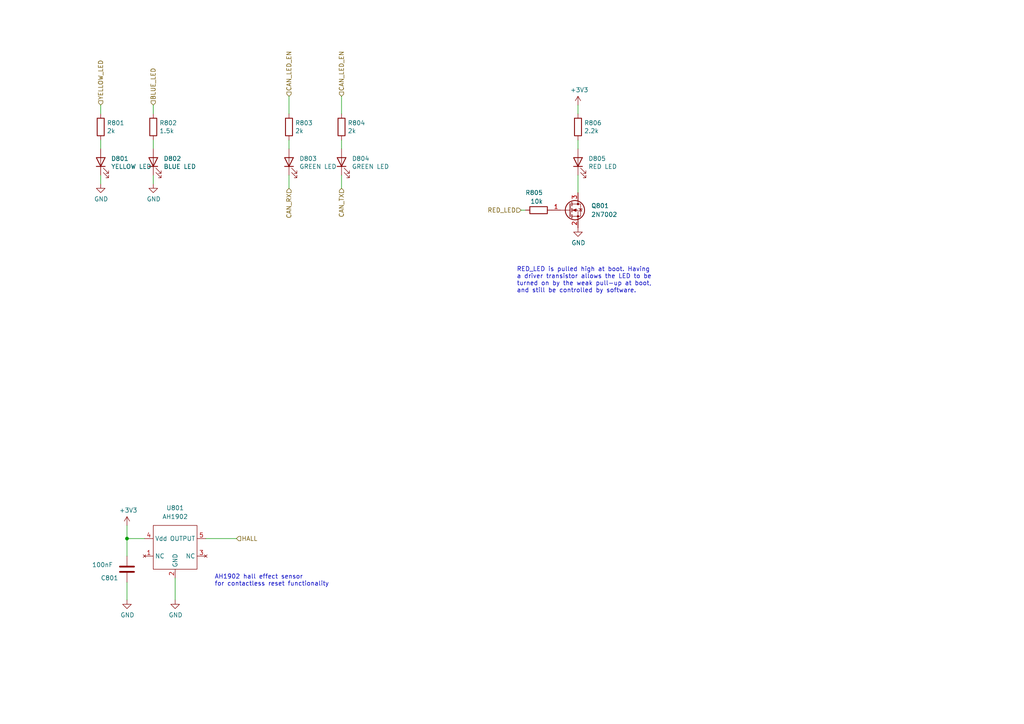
<source format=kicad_sch>
(kicad_sch (version 20211123) (generator eeschema)
  (paper "A4")
  (title_block (title "Sailor Hat WiFi Gateway") (date "2022-01-25") (rev "0.1.0") (company "Hat Labs Ltd") (comment 1 "https://creativecommons.org/licenses/by-sa/4.0") (comment 2 "To view a copy of this license, visit ") (comment 3 "SH-ESP32 is licensed under CC BY-SA 4.0."))
  (lib_symbols
    (symbol "Device:C" (pin_numbers hide) (pin_names (offset 0.254))
      (property "Reference" "C" (at 0.635 2.54 0))
      (property "Value" "C" (at 0.635 -2.54 0))
      (symbol "C_0_1"
        (polyline (pts (xy -2.032 -0.762) (xy 2.032 -0.762)) (stroke (width 0.508)))
        (polyline (pts (xy -2.032 0.762) (xy 2.032 0.762)) (stroke (width 0.508)))
      )
      (symbol "C_1_1"
        (pin passive line (at 0 3.81 270) (length 2.794) (name "~") (number "1"))
        (pin passive line (at 0 -3.81 90) (length 2.794) (name "~") (number "2"))
      )
    )
    (symbol "Device:LED" (pin_numbers hide) (pin_names (offset 1.016) hide)
      (property "Reference" "D" (at 0 2.54 0))
      (property "Value" "LED" (at 0 -2.54 0))
      (symbol "LED_0_1"
        (polyline (pts (xy -1.27 -1.27) (xy -1.27 1.27)) (stroke (width 0.254)))
        (polyline (pts (xy -1.27 0) (xy 1.27 0)))
        (polyline (pts (xy 1.27 -1.27) (xy 1.27 1.27) (xy -1.27 0) (xy 1.27 -1.27)) (stroke (width 0.254)))
        (polyline (pts (xy -3.048 -0.762) (xy -4.572 -2.286) (xy -3.81 -2.286) (xy -4.572 -2.286) (xy -4.572 -1.524)))
        (polyline (pts (xy -1.778 -0.762) (xy -3.302 -2.286) (xy -2.54 -2.286) (xy -3.302 -2.286) (xy -3.302 -1.524)))
      )
      (symbol "LED_1_1"
        (pin passive line (at -3.81 0 0) (length 2.54) (name "K") (number "1"))
        (pin passive line (at 3.81 0 180) (length 2.54) (name "A") (number "2"))
      )
    )
    (symbol "Device:R" (pin_numbers hide) (pin_names (offset 0))
      (property "Reference" "R" (at 2.032 0 90))
      (property "Value" "R" (at 0 0 90))
      (symbol "R_0_1"
        (rectangle (start -1.016 -2.54) (end 1.016 2.54) (stroke (width 0.254)))
      )
      (symbol "R_1_1"
        (pin passive line (at 0 3.81 270) (length 1.27) (name "~") (number "1"))
        (pin passive line (at 0 -3.81 90) (length 1.27) (name "~") (number "2"))
      )
    )
    (symbol "SH-wg:AH1902"
      (property "Reference" "U" (at 0 7.62 0))
      (property "Value" "AH1902" (at 0 10.16 0))
      (symbol "AH1902_0_1"
        (rectangle (start -6.35 6.35) (end 6.35 -6.35))
      )
      (symbol "AH1902_1_1"
        (pin no_connect line (at -8.89 -2.54 0) (length 2.54) (name "NC") (number "1"))
        (pin power_in line (at 0 -8.89 90) (length 2.54) (name "GND") (number "2"))
        (pin no_connect line (at 8.89 -2.54 180) (length 2.54) (name "NC") (number "3"))
        (pin power_in line (at -8.89 2.54 0) (length 2.54) (name "Vdd") (number "4"))
        (pin output line (at 8.89 2.54 180) (length 2.54) (name "OUTPUT") (number "5"))
      )
    )
    (symbol "Transistor_FET:2N7002" (pin_names hide)
      (property "Reference" "Q" (at 5.08 1.905 0))
      (property "Value" "2N7002" (at 5.08 0 0))
      (symbol "2N7002_0_1"
        (polyline (pts (xy 0.254 0) (xy -2.54 0)))
        (polyline (pts (xy 0.254 1.905) (xy 0.254 -1.905)) (stroke (width 0.254)))
        (polyline (pts (xy 0.762 -1.27) (xy 0.762 -2.286)) (stroke (width 0.254)))
        (polyline (pts (xy 0.762 0.508) (xy 0.762 -0.508)) (stroke (width 0.254)))
        (polyline (pts (xy 0.762 2.286) (xy 0.762 1.27)) (stroke (width 0.254)))
        (polyline (pts (xy 2.54 2.54) (xy 2.54 1.778)))
        (polyline (pts (xy 2.54 -2.54) (xy 2.54 0) (xy 0.762 0)))
        (polyline (pts (xy 0.762 -1.778) (xy 3.302 -1.778) (xy 3.302 1.778) (xy 0.762 1.778)))
        (polyline (pts (xy 1.016 0) (xy 2.032 0.381) (xy 2.032 -0.381) (xy 1.016 0)) (fill (type outline)))
        (polyline (pts (xy 2.794 0.508) (xy 2.921 0.381) (xy 3.683 0.381) (xy 3.81 0.254)))
        (polyline (pts (xy 3.302 0.381) (xy 2.921 -0.254) (xy 3.683 -0.254) (xy 3.302 0.381)))
        (circle (center 1.651 0) (radius 2.794) (stroke (width 0.254)))
        (circle (center 2.54 -1.778) (radius 0.254) (fill (type outline)))
        (circle (center 2.54 1.778) (radius 0.254) (fill (type outline)))
      )
      (symbol "2N7002_1_1"
        (pin input line (at -5.08 0 0) (length 2.54) (name "G") (number "1"))
        (pin passive line (at 2.54 -5.08 90) (length 2.54) (name "S") (number "2"))
        (pin passive line (at 2.54 5.08 270) (length 2.54) (name "D") (number "3"))
      )
    )
    (symbol "power:+3.3V" (power) (pin_names (offset 0))
      (property "Value" "+3.3V" (at 0 3.556 0))
      (symbol "+3.3V_0_1"
        (polyline (pts (xy -0.762 1.27) (xy 0 2.54)))
        (polyline (pts (xy 0 0) (xy 0 2.54)))
        (polyline (pts (xy 0 2.54) (xy 0.762 1.27)))
      )
      (symbol "+3.3V_1_1"
        (pin power_in line (at 0 0 90) (length 0) hide (name "+3V3") (number "1"))
      )
    )
    (symbol "power:GND" (power) (pin_names (offset 0))
      (property "Value" "GND" (at 0 -3.81 0))
      (symbol "GND_0_1"
        (polyline (pts (xy 0 0) (xy 0 -1.27) (xy 1.27 -1.27) (xy 0 -2.54) (xy -1.27 -1.27) (xy 0 -1.27)))
      )
      (symbol "GND_1_1"
        (pin power_in line (at 0 0 270) (length 0) hide (name "GND") (number "1"))
      )
    )
  )
  (junction (at 36.83 156.21))
  (wire (pts (xy 50.8 167.64) (xy 50.8 173.99)))
  (wire (pts (xy 151.13 60.96) (xy 152.4 60.96)))
  (wire (pts (xy 167.64 40.64) (xy 167.64 43.18)))
  (wire (pts (xy 44.45 30.48) (xy 44.45 33.02)))
  (wire (pts (xy 36.83 168.91) (xy 36.83 173.99)))
  (wire (pts (xy 59.69 156.21) (xy 68.58 156.21)))
  (wire (pts (xy 29.21 30.48) (xy 29.21 33.02)))
  (wire (pts (xy 167.64 50.8) (xy 167.64 55.88)))
  (wire (pts (xy 83.82 40.64) (xy 83.82 43.18)))
  (wire (pts (xy 44.45 40.64) (xy 44.45 43.18)))
  (wire (pts (xy 83.82 27.94) (xy 83.82 33.02)))
  (wire (pts (xy 99.06 27.94) (xy 99.06 33.02)))
  (wire (pts (xy 36.83 156.21) (xy 41.91 156.21)))
  (wire (pts (xy 83.82 50.8) (xy 83.82 54.61)))
  (wire (pts (xy 29.21 40.64) (xy 29.21 43.18)))
  (wire (pts (xy 44.45 53.34) (xy 44.45 50.8)))
  (wire (pts (xy 99.06 40.64) (xy 99.06 43.18)))
  (wire (pts (xy 29.21 53.34) (xy 29.21 50.8)))
  (wire (pts (xy 36.83 156.21) (xy 36.83 161.29)))
  (wire (pts (xy 36.83 152.4) (xy 36.83 156.21)))
  (wire (pts (xy 167.64 30.48) (xy 167.64 33.02)))
  (wire (pts (xy 99.06 50.8) (xy 99.06 54.61)))
  (text "AH1902 hall effect sensor\nfor contactless reset functionality" (at 62.23 170.18 0) (effects (font (size 1.27 1.27)) (justify left bottom)))
  (text "RED_LED is pulled high at boot. Having\na driver transistor allows the LED to be\nturned on by the weak pull-up at boot,\nand still be controlled by software." (at 149.86 85.09 0) (effects (font (size 1.27 1.27)) (justify left bottom)))
  (hierarchical_label "CAN_RX" (shape input) (at 83.82 54.61 270))
  (hierarchical_label "YELLOW_LED" (shape input) (at 29.21 30.48 90))
  (hierarchical_label "RED_LED" (shape input) (at 151.13 60.96 180))
  (hierarchical_label "BLUE_LED" (shape input) (at 44.45 30.48 90))
  (hierarchical_label "HALL" (shape input) (at 68.58 156.21 0))
  (hierarchical_label "CAN_LED_EN" (shape input) (at 83.82 27.94 90))
  (hierarchical_label "CAN_TX" (shape input) (at 99.06 54.61 270))
  (hierarchical_label "CAN_LED_EN" (shape input) (at 99.06 27.94 90))
  (symbol (lib_id "Device:LED") (at 167.64 46.99 90) (unit 1)
    (property "Reference" "D805" (at 170.6372 45.9994 90) (effects (justify right)))
    (property "Value" "RED LED" (at 170.6372 48.3108 90) (effects (justify right)))
    (property "Footprint" "LED_SMD:LED_0603_1608Metric" (effects hide))
    (property "LCSC" "C2286" (effects hide))
  )
  (symbol (lib_id "power:GND") (at 167.64 66.04 0) (unit 1)
    (property "Reference" "#PWR0807" (effects hide))
    (property "Value" "GND" (at 167.767 70.4342 0))
  )
  (symbol (lib_id "Device:LED") (at 44.45 46.99 90) (unit 1)
    (property "Reference" "D802" (at 47.4472 45.9994 90) (effects (justify right)))
    (property "Value" "BLUE LED" (at 47.4472 48.3108 90) (effects (justify right)))
    (property "Footprint" "LED_SMD:LED_0603_1608Metric" (effects hide))
    (property "LCSC" "C72041" (effects hide))
  )
  (symbol (lib_id "Device:R") (at 44.45 36.83 0) (unit 1)
    (property "Reference" "R802" (at 46.228 35.6616 0) (effects (justify left)))
    (property "Value" "1.5k" (at 46.228 37.973 0) (effects (justify left)))
    (property "Footprint" "Resistor_SMD:R_0402_1005Metric" (effects hide))
    (property "LCSC" "C25867" (effects hide))
  )
  (symbol (lib_id "power:GND") (at 44.45 53.34 0) (unit 1)
    (property "Reference" "#PWR0804" (effects hide))
    (property "Value" "GND" (at 44.577 57.7342 0))
  )
  (symbol (lib_id "Device:R") (at 99.06 36.83 0) (unit 1)
    (property "Reference" "R804" (at 100.838 35.6616 0) (effects (justify left)))
    (property "Value" "2k" (at 100.838 37.973 0) (effects (justify left)))
    (property "Footprint" "Resistor_SMD:R_0402_1005Metric" (effects hide))
    (property "LCSC" "C4109" (effects hide))
  )
  (symbol (lib_id "power:GND") (at 50.8 173.99 0) (unit 1)
    (property "Reference" "#PWR0805" (effects hide))
    (property "Value" "GND" (at 50.927 178.3842 0))
  )
  (symbol (lib_id "Device:LED") (at 29.21 46.99 90) (unit 1)
    (property "Reference" "D801" (at 32.2072 45.9994 90) (effects (justify right)))
    (property "Value" "YELLOW LED" (at 32.2072 48.3108 90) (effects (justify right)))
    (property "Footprint" "LED_SMD:LED_0603_1608Metric" (effects hide))
    (property "LCSC" "C72038" (effects hide))
  )
  (symbol (lib_id "power:GND") (at 36.83 173.99 0) (unit 1)
    (property "Reference" "#PWR0803" (effects hide))
    (property "Value" "GND" (at 36.957 178.3842 0))
  )
  (symbol (lib_id "Device:R") (at 167.64 36.83 0) (unit 1)
    (property "Reference" "R806" (at 169.418 35.6616 0) (effects (justify left)))
    (property "Value" "2.2k" (at 169.418 37.973 0) (effects (justify left)))
    (property "Footprint" "Resistor_SMD:R_0402_1005Metric" (effects hide))
    (property "LCSC" "C25879" (effects hide))
  )
  (symbol (lib_id "Device:LED") (at 83.82 46.99 90) (unit 1)
    (property "Reference" "D803" (at 86.8172 45.9994 90) (effects (justify right)))
    (property "Value" "GREEN LED" (at 86.8172 48.3108 90) (effects (justify right)))
    (property "Footprint" "LED_SMD:LED_0603_1608Metric" (effects hide))
    (property "LCSC" "C72043" (effects hide))
  )
  (symbol (lib_id "SH-wg:AH1902") (at 50.8 158.75 0) (unit 1)
    (property "Reference" "U801" (at 50.8 147.32 0))
    (property "Value" "AH1902" (at 50.8 149.86 0))
    (property "Footprint" "Package_TO_SOT_SMD:SOT-553" (effects hide))
    (property "LCSC" "C239188" (effects hide))
  )
  (symbol (lib_id "power:+3.3V") (at 167.64 30.48 0) (unit 1)
    (property "Reference" "#PWR0806" (effects hide))
    (property "Value" "+3.3V" (at 168.021 26.0858 0))
  )
  (symbol (lib_id "Device:R") (at 156.21 60.96 90) (unit 1)
    (property "Reference" "R805" (at 157.48 55.88 90) (effects (justify left)))
    (property "Value" "10k" (at 157.48 58.42 90) (effects (justify left)))
    (property "Footprint" "Resistor_SMD:R_0402_1005Metric" (effects hide))
    (property "LCSC" "C25744" (effects hide))
  )
  (symbol (lib_id "Device:LED") (at 99.06 46.99 90) (unit 1)
    (property "Reference" "D804" (at 102.0572 45.9994 90) (effects (justify right)))
    (property "Value" "GREEN LED" (at 102.0572 48.3108 90) (effects (justify right)))
    (property "Footprint" "LED_SMD:LED_0603_1608Metric" (effects hide))
    (property "LCSC" "C72043" (effects hide))
  )
  (symbol (lib_id "power:+3.3V") (at 36.83 152.4 0) (unit 1)
    (property "Reference" "#PWR0802" (effects hide))
    (property "Value" "+3.3V" (at 37.211 148.0058 0))
  )
  (symbol (lib_id "Device:R") (at 83.82 36.83 0) (unit 1)
    (property "Reference" "R803" (at 85.598 35.6616 0) (effects (justify left)))
    (property "Value" "2k" (at 85.598 37.973 0) (effects (justify left)))
    (property "Footprint" "Resistor_SMD:R_0402_1005Metric" (effects hide))
    (property "LCSC" "C4109" (effects hide))
  )
  (symbol (lib_id "power:GND") (at 29.21 53.34 0) (unit 1)
    (property "Reference" "#PWR0801" (effects hide))
    (property "Value" "GND" (at 29.337 57.7342 0))
  )
  (symbol (lib_id "Device:R") (at 29.21 36.83 0) (unit 1)
    (property "Reference" "R801" (at 30.988 35.6616 0) (effects (justify left)))
    (property "Value" "2k" (at 30.988 37.973 0) (effects (justify left)))
    (property "Footprint" "Resistor_SMD:R_0402_1005Metric" (effects hide))
    (property "LCSC" "C4109" (effects hide))
  )
  (symbol (lib_id "Device:C") (at 36.83 165.1 0) (mirror x) (unit 1)
    (property "Reference" "C801" (at 29.21 167.64 0) (effects (justify left)))
    (property "Value" "100nF" (at 26.67 163.83 0) (effects (justify left)))
    (property "Footprint" "Capacitor_SMD:C_0402_1005Metric" (effects hide))
    (property "LCSC" "C1525" (effects hide))
  )
  (symbol (lib_id "Transistor_FET:2N7002") (at 165.1 60.96 0) (unit 1)
    (property "Reference" "Q801" (at 171.45 59.6899 0) (effects (justify left)))
    (property "Value" "2N7002" (at 171.45 62.2299 0) (effects (justify left)))
    (property "Footprint" "Package_TO_SOT_SMD:SOT-23" (effects hide))
    (property "Datasheet" "https://www.onsemi.com/pub/Collateral/NDS7002A-D.PDF" (effects hide))
    (property "LCSC" "C8545" (effects hide))
  )
)
</source>
